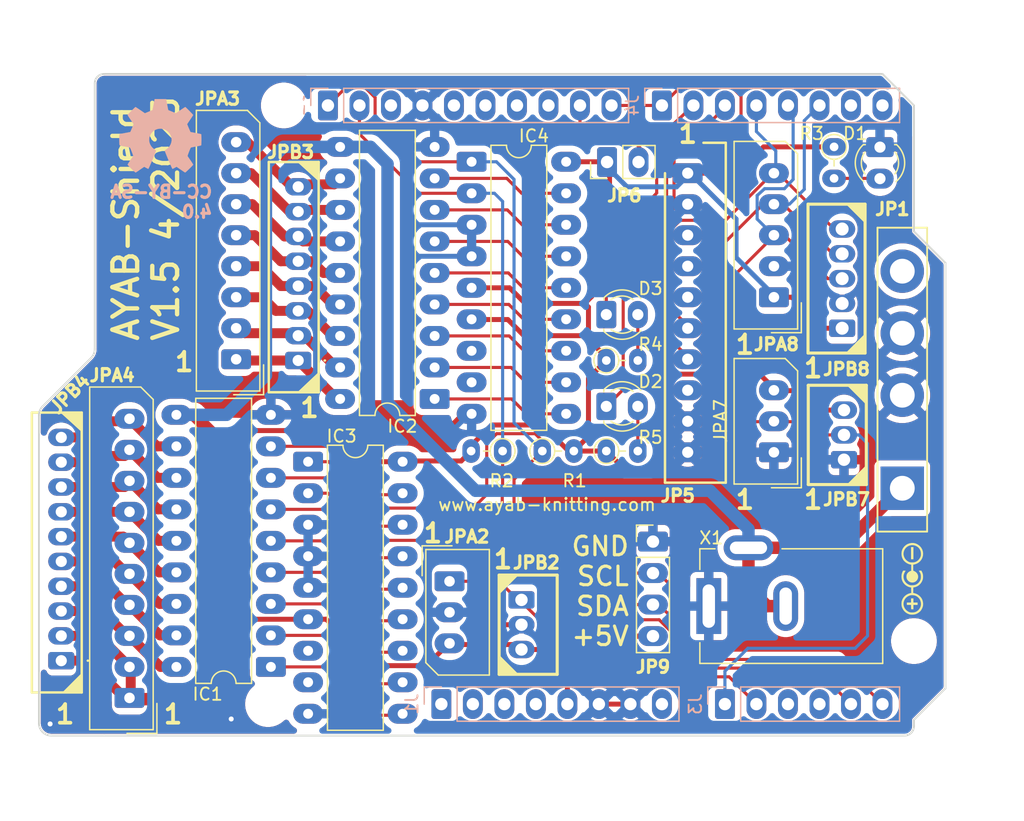
<source format=kicad_pcb>
(kicad_pcb (version 20241229) (generator "pcbnew") (generator_version "9.0")
  (title_block (title "AYAB-Shield") (date "2025-02-09") (rev "1.5THT") (company "AYAB Project") (comment 1 "GND pour fix (#46)") (comment 2 "Silkscreen clarity (#45)"))
  (layers (0 "F.Cu" signal) (2 "B.Cu" signal) (13 "F.Paste" user) (15 "B.Paste" user) (5 "F.SilkS" user "F.Silkscreen") (7 "B.SilkS" user "B.Silkscreen") (1 "F.Mask" user) (3 "B.Mask" user) (25 "Edge.Cuts" user))
  (net 0 "")
  (net 1 "/EOL_R")
  (net 2 "GND")
  (net 3 "+5V")
  (net 4 "+15V")
  (net 5 "/EOL_L")
  (net 6 "Net-(D1-A)")
  (net 7 "Net-(D2-A)")
  (net 8 "Net-(D3-A)")
  (net 9 "Net-(IC1-I7)")
  (net 10 "Net-(IC1-I5)")
  (net 11 "Net-(IC1-O8)")
  (net 12 "Net-(IC1-I6)")
  (net 13 "Net-(IC1-I1)")
  (net 14 "Net-(IC1-O7)")
  (net 15 "Net-(IC1-I4)")
  (net 16 "Net-(IC1-O3)")
  (net 17 "Net-(IC1-I8)")
  (net 18 "/SDA")
  (net 19 "/SCL")
  (net 20 "Net-(IC1-O4)")
  (net 21 "Net-(IC1-O2)")
  (net 22 "Net-(IC1-O5)")
  (net 23 "Net-(IC1-O1)")
  (net 24 "Net-(IC1-O6)")
  (net 25 "Net-(IC1-I3)")
  (net 26 "Net-(IC1-I2)")
  (net 27 "Net-(IC2-O5)")
  (net 28 "Net-(IC2-I8)")
  (net 29 "Net-(IC2-I2)")
  (net 30 "Net-(IC2-O7)")
  (net 31 "Net-(IC2-I5)")
  (net 32 "Net-(IC2-O2)")
  (net 33 "Net-(IC2-I3)")
  (net 34 "Net-(IC2-I1)")
  (net 35 "Net-(IC2-O6)")
  (net 36 "Net-(IC2-I4)")
  (net 37 "Net-(IC2-O1)")
  (net 38 "Net-(IC2-I7)")
  (net 39 "Net-(IC2-O3)")
  (net 40 "Net-(IC2-O4)")
  (net 41 "Net-(IC2-I6)")
  (net 42 "Net-(IC2-O8)")
  (net 48 "/ENC_C")
  (net 49 "/ENC_B")
  (net 50 "/ENC_A")
  (net 51 "/910_L")
  (net 52 "/LED_GRN")
  (net 53 "/BUZZ")
  (net 54 "/LED_YEL")
  (footprint "ayab-library:DIP-18_W7.62mm_LongPads" (layer "F.Cu") (at 142.1 102.9 180)
    (property "Reference" "IC2")
    (property "Value" "ULN2803A")
  )
  (footprint "ayab-library:Molex_SPOX_5267-10A_1x10_P2.50mm_Vertical" (layer "F.Cu") (at 117.5 127 90)
    (property "Reference" "JPA4")
    (property "Value" "1X10 2.5mm")
  )
  (footprint "LOGO" (layer "F.Cu") (at 180.6 117.4 90)
    (property "Reference" "G***" (hide yes))
    (property "Value" "LOGO" (hide yes))
  )
  (footprint "ayab-library:LED_D3.0mm" (layer "F.Cu") (at 178 82.6 -90)
    (property "Reference" "D1")
    (property "Value" "RED_3MM")
  )
  (footprint "ayab-library:LED_D3.0mm" (layer "F.Cu") (at 155.94 103.5)
    (property "Reference" "D2")
    (property "Value" "YEL_3MM")
  )
  (footprint "ayab-library:LED_D3.0mm" (layer "F.Cu") (at 155.94 96.1)
    (property "Reference" "D3")
    (property "Value" "GRN_3MM")
  )
  (footprint "ayab-library:CONN-TH_A2004WV-5P" (layer "F.Cu") (at 174.95 93.2 -90)
    (property "Reference" "JPB8")
    (property "Value" "1X5 2mm")
  )
  (footprint "ayab-library:PinHeader_1x02_P2.54mm_Vertical" (layer "F.Cu") (at 156 83.8 90)
    (property "Reference" "JP6")
    (property "Value" "1x2 2.5mm")
  )
  (footprint "ayab-library:530140810" (layer "F.Cu") (at 131.1 99.8 -90)
    (property "Reference" "JPB3")
    (property "Value" "1X8 2mm" (hide yes))
  )
  (footprint "ayab-library:SHDR10W70P0X250_1X10_2740X490X590P" (layer "F.Cu") (at 162.5 107.2 90)
    (property "Reference" "JP5")
    (property "Value" "1X10 2.5mm" (hide yes))
  )
  (footprint "ayab-library:R_Axial_DIN0204_L3.6mm_D1.6mm_P2.54mm_Vertical" (layer "F.Cu") (at 155.94 99.8)
    (property "Reference" "R4")
    (property "Value" "150")
  )
  (footprint "ayab-library:CONN-TH_3P-P2.00_A2004WV-3P" (layer "F.Cu") (at 149.1 121.1 90)
    (property "Reference" "JPB2")
    (property "Value" "1X3 2mm")
  )
  (footprint "ayab-library:530141010" (layer "F.Cu") (at 112 124 -90)
    (property "Reference" "JPB4")
    (property "Value" "1X10 2mm" (hide yes))
  )
  (footprint "ayab-library:DIP-18_W7.62mm_LongPads" (layer "F.Cu") (at 131.9 107.96)
    (property "Reference" "IC3")
    (property "Value" "MCP2300X/P")
  )
  (footprint "ayab-library:Brother_4P" (layer "F.Cu") (at 177.8 89.095 -90)
    (property "Reference" "JP1")
    (property "Value" "BROTHER POWER" (hide yes))
  )
  (footprint "ayab-library:MountingHole_3.2mm" (layer "F.Cu") (at 129.94 79.24)
    (property "Reference" "MH1" (hide yes))
    (property "Value" "MountingHole_3.2mm" (hide yes))
  )
  (footprint "ayab-library:MountingHole_3.2mm" (layer "F.Cu") (at 180.74 122.42)
    (property "Reference" "MH4" (hide yes))
    (property "Value" "MountingHole_3.2mm" (hide yes))
  )
  (footprint "ayab-library:PinHeader_1x04_P2.54mm_Vertical" (layer "F.Cu") (at 159.7 114.4)
    (property "Reference" "JP9")
    (property "Value" "1X5 2.5mm")
  )
  (footprint "ayab-library:R_Axial_DIN0204_L3.6mm_D1.6mm_P2.54mm_Vertical" (layer "F.Cu") (at 150.78 107.1)
    (property "Reference" "R1")
    (property "Value" "4K7")
  )
  (footprint "ayab-library:BarrelJack_Kycon_KLDX-0202-xC_Horizontal" (layer "F.Cu") (at 164.2 119.6 180)
    (property "Reference" "X1")
    (property "Value" "KLDX-0202-AC")
  )
  (footprint "ayab-library:DIP-18_W7.62mm_LongPads" (layer "F.Cu") (at 128.9 124.5 180)
    (property "Reference" "IC1")
    (property "Value" "ULN2803A")
  )
  (footprint "ayab-library:MountingHole_3.2mm" (layer "F.Cu") (at 128.67 127.5)
    (property "Reference" "MH2" (hide yes))
    (property "Value" "MountingHole_3.2mm" (hide yes))
  )
  (footprint "ayab-library:R_Axial_DIN0204_L3.6mm_D1.6mm_P2.54mm_Vertical" (layer "F.Cu") (at 174.3 82.58 -90)
    (property "Reference" "R3")
    (property "Value" "150")
  )
  (footprint "ayab-library:Molex_SPOX_5267-08A_1x08_P2.50mm_Vertical" (layer "F.Cu") (at 126.1 99.7 90)
    (property "Reference" "JPA3")
    (property "Value" "1X8 2.5mm")
  )
  (footprint "ayab-library:Molex_SPOX_5267-03A_1x03_P2.50mm_Vertical" (layer "F.Cu") (at 143.3 117.6 -90)
    (property "Reference" "JPA2")
    (property "Value" "1X3 2.5mm")
  )
  (footprint "ayab-library:R_Axial_DIN0204_L3.6mm_D1.6mm_P2.54mm_Vertical" (layer "F.Cu") (at 155.94 107.1)
    (property "Reference" "R5")
    (property "Value" "150")
  )
  (footprint "ayab-library:Molex_SPOX_5267-05A_1x05_P2.50mm_Vertical" (layer "F.Cu") (at 169.45 94.7 90)
    (property "Reference" "JPA8")
    (property "Value" "1X5 2.5mm")
  )
  (footprint "ayab-library:CONN-TH_3P-P2.00_A2004WV-3P" (layer "F.Cu") (at 175.1 105.8 -90)
    (property "Reference" "JPB7")
    (property "Value" "1X3 2mm")
  )
  (footprint "ayab-library:R_Axial_DIN0204_L3.6mm_D1.6mm_P2.54mm_Vertical" (layer "F.Cu") (at 147.58 107.1 180)
    (property "Reference" "R2")
    (property "Value" "4K7")
  )
  (footprint "ayab-library:DIP-18_W7.62mm_LongPads" (layer "F.Cu") (at 145.08 83.78)
    (property "Reference" "IC4")
    (property "Value" "MCP2300X/P")
  )
  (footprint "ayab-library:Molex_SPOX_5267-03A_1x03_P2.50mm_Vertical" (layer "F.Cu") (at 169.45 107.2 90)
    (property "Reference" "JPA7")
    (property "Value" "1X3 2.5mm")
  )
  (footprint "ayab-library:PinHeader_1x06_P2.54mm_Vertical" (layer "B.Cu") (at 165.5 127.5 -90)
    (property "Reference" "J3")
    (property "Value" "Analog")
  )
  (footprint "ayab-library:PinHeader_1x08_P2.54mm_Vertical" (layer "B.Cu") (at 142.64 127.5 -90)
    (property "Reference" "J1")
    (property "Value" "Power")
  )
  (footprint "Symbol:OSHW-Symbol_6.7x6mm_SilkScreen" (layer "B.Cu") (at 120 81.7 180)
    (property "Reference" "REF**" (hide yes))
    (property "Value" "OSHW-Symbol_6.7x6mm_SilkScreen" (hide yes))
  )
  (footprint "ayab-library:PinHeader_1x10_P2.54mm_Vertical" (layer "B.Cu") (at 133.496 79.24 -90)
    (property "Reference" "J2")
    (property "Value" "Digital/PWM")
  )
  (footprint "ayab-library:PinHeader_1x08_P2.54mm_Vertical" (layer "B.Cu") (at 160.42 79.24 -90)
    (property "Reference" "J4")
    (property "Value" "Digital/PWM")
  )
  (gr_line (start 180.74 89.4) (end 183.28 91.94) (stroke (width 0.15)) (layer "Edge.Cuts"))
  (gr_arc (start 110.2 104.214214) (mid 110.276116 103.831528) (end 110.492893 103.507107) (stroke (width 0.15)) (layer "Edge.Cuts"))
  (gr_line (start 179.978 130.04) (end 115.462 130.04) (stroke (width 0.15)) (layer "Edge.Cuts"))
  (gr_line (start 180.74 128.77) (end 180.74 129.278) (stroke (width 0.15)) (layer "Edge.Cuts"))
  (gr_line (start 183.28 91.94) (end 183.28 126.23) (stroke (width 0.15)) (layer "Edge.Cuts"))
  (gr_line (start 111.2 130.04) (end 115.462 130.04) (stroke (width 0.15)) (layer "Edge.Cuts"))
  (gr_line (start 183.28 126.23) (end 180.74 128.77) (stroke (width 0.15)) (layer "Edge.Cuts"))
  (gr_line (start 178.2 76.7) (end 180.74 79.24) (stroke (width 0.15)) (layer "Edge.Cuts"))
  (gr_line (start 180.74 79.24) (end 180.74 89.4) (stroke (width 0.15)) (layer "Edge.Cuts"))
  (gr_line (start 114.7 98.885786) (end 114.7 77.462) (stroke (width 0.15)) (layer "Edge.Cuts"))
  (gr_arc (start 114.7 98.885786) (mid 114.62388 99.268469) (end 114.407107 99.592893) (stroke (width 0.15)) (layer "Edge.Cuts"))
  (gr_line (start 114.407107 99.592893) (end 110.492893 103.507107) (stroke (width 0.15)) (layer "Edge.Cuts"))
  (gr_arc (start 111.2 130.04) (mid 110.492893 129.747107) (end 110.2 129.04) (stroke (width 0.15)) (layer "Edge.Cuts"))
  (gr_arc (start 180.74 129.278) (mid 180.516815 129.816815) (end 179.978 130.04) (stroke (width 0.15)) (layer "Edge.Cuts"))
  (gr_arc (start 114.7 77.462) (mid 114.923185 76.923185) (end 115.462 76.7) (stroke (width 0.15)) (layer "Edge.Cuts"))
  (gr_line (start 110.2 104.214214) (end 110.2 129.04) (stroke (width 0.15)) (layer "Edge.Cuts"))
  (gr_line (start 115.462 76.7) (end 178.2 76.7) (stroke (width 0.15)) (layer "Edge.Cuts"))
  (gr_text "AYAB-Shield\nV1.5 4/2025" (at 121.6 98.4 90) (layer "F.SilkS") (effects (font (size 2 2) (thickness 0.35) (bold yes)) (justify left bottom)))
  (gr_text "1" (at 166.2 99.4 0) (layer "F.SilkS") (effects (font (size 1.5 1.5) (thickness 0.3) (bold yes)) (justify left bottom)))
  (gr_text "1" (at 141.05 114.6 0) (layer "F.SilkS") (effects (font (size 1.5 1.5) (thickness 0.3) (bold yes)) (justify left bottom)))
  (gr_text "1" (at 161.6 82.4 0) (layer "F.SilkS") (effects (font (size 1.5 1.5) (thickness 0.3) (bold yes)) (justify left bottom)))
  (gr_text "1" (at 131.1 104.5 0) (layer "F.SilkS") (effects (font (size 1.5 1.5) (thickness 0.3) (bold yes)) (justify left bottom)))
  (gr_text "1" (at 171.7 111.9 0) (layer "F.SilkS") (effects (font (size 1.5 1.5) (thickness 0.3) (bold yes)) (justify left bottom)))
  (gr_text "1" (at 121 100.8 0) (layer "F.SilkS") (effects (font (size 1.5 1.5) (thickness 0.3) (bold yes)) (justify left bottom)))
  (gr_text "GND\nSCL\nSDA\n+5V" (at 157.9 122.9 0) (layer "F.SilkS") (effects (font (size 1.5 1.5) (thickness 0.25) (bold yes)) (justify right bottom)))
  (gr_text "1" (at 120.1 129.2 0) (layer "F.SilkS") (effects (font (size 1.5 1.5) (thickness 0.3) (bold yes)) (justify left bottom)))
  (gr_text "1" (at 146.7 116.7 0) (layer "F.SilkS") (effects (font (size 1.5 1.5) (thickness 0.3) (bold yes)) (justify left bottom)))
  (gr_text "1" (at 166.2 111.9 0) (layer "F.SilkS") (effects (font (size 1.5 1.5) (thickness 0.3) (bold yes)) (justify left bottom)))
  (gr_text "1" (at 111.4 129.2 0) (layer "F.SilkS") (effects (font (size 1.5 1.5) (thickness 0.3) (bold yes)) (justify left bottom)))
  (gr_text "1" (at 171.7 101.3 0) (layer "F.SilkS") (effects (font (size 1.5 1.5) (thickness 0.3) (bold yes)) (justify left bottom)))
  (gr_text "www.ayab-knitting.com" (at 142.3 112 0) (layer "F.SilkS") (effects (font (size 1 1)) (justify left bottom)))
  (gr_text "CC-BY-SA\n4.0" (at 124.3 88.4 0) (layer "B.SilkS") (effects (font (size 1 1) (thickness 0.25) (bold yes)) (justify left bottom mirror)))
  (segment (start 167.5325 104.7325) (end 169.5675 104.7325) (width 0.25) (layer "F.Cu") (net 1))
  (segment (start 169.6 104.7) (end 169.6325 104.7325) (width 0.25) (layer "F.Cu") (net 1))
  (segment (start 172.2325 104.7325) (end 173.3 105.8) (width 0.25) (layer "F.Cu") (net 1))
  (segment (start 165 102.2) (end 167.5325 104.7325) (width 0.25) (layer "F.Cu") (net 1))
  (segment (start 169.6325 104.7325) (end 172.2325 104.7325) (width 0.25) (layer "F.Cu") (net 1))
  (segment (start 169.5675 104.7325) (end 169.6 104.7) (width 0.25) (layer "F.Cu") (net 1))
  (segment (start 173.3 105.8) (end 175 105.8) (width 0.25) (layer "F.Cu") (net 1))
  (segment (start 162.7 102.2) (end 165 102.2) (width 0.25) (layer "F.Cu") (net 1))
  (segment (start 167.35 123) (end 165.5 124.85) (width 0.25) (layer "B.Cu") (net 1))
  (segment (start 175 105.8) (end 176.3 105.8) (width 0.25) (layer "B.Cu") (net 1))
  (segment (start 177 122) (end 176 123) (width 0.25) (layer "B.Cu") (net 1))
  (segment (start 176 123) (end 167.35 123) (width 0.25) (layer "B.Cu") (net 1))
  (segment (start 165.5 124.85) (end 165.5 127.5) (width 0.25) (layer "B.Cu") (net 1))
  (segment (start 177 106.5) (end 177 122) (width 0.25) (layer "B.Cu") (net 1))
  (segment (start 176.3 105.8) (end 177 106.5) (width 0.25) (layer "B.Cu") (net 1))
  (segment (start 146.6 121.1) (end 149 121.1) (width 0.4) (layer "F.Cu") (net 2))
  (segment (start 143.25 120.1) (end 145.6 120.1) (width 0.4) (layer "F.Cu") (net 2))
  (segment (start 155.34 127.5) (end 157.88 127.5) (width 0.4) (layer "F.Cu") (net 2))
  (segment (start 144.4 104.1) (end 143 105.5) (width 0.4) (layer "F.Cu") (net 2))
  (segment (start 145.08 104.1) (end 144.4 104.1) (width 0.4) (layer "F.Cu") (net 2))
  (segment (start 145.6 120.1) (end 146.6 121.1) (width 0.4) (layer "F.Cu") (net 2))
  (via (at 125.7 128.7) (size 0.8) (drill 0.4) (layers "F.Cu" "B.Cu") (net 2))
  (via (at 111.1 129.1) (size 0.8) (drill 0.4) (layers "F.Cu" "B.Cu") (net 2))
  (segment (start 140.14 88.86) (end 140 89) (width 0.4) (layer "B.Cu") (net 2))
  (segment (start 144.9 104.1) (end 143.5 105.5) (width 0.4) (layer "B.Cu") (net 2))
  (segment (start 140.1 91.4) (end 140 91.5) (width 0.4) (layer "B.Cu") (net 2))
  (segment (start 145.08 91.4) (end 140.1 91.4) (width 0.4) (layer "B.Cu") (net 2))
  (segment (start 145.08 88.86) (end 140.14 88.86) (width 0.4) (layer "B.Cu") (net 2))
  (segment (start 145.08 104.1) (end 144.9 104.1) (width 0.4) (layer "B.Cu") (net 2))
  (segment (start 126.7 106.4) (end 127.65 105.45) (width 0.4) (layer "F.Cu") (net 3))
  (segment (start 145.08 96.48) (end 145.1 96.5) (width 0.4) (layer "F.Cu") (net 3))
  (segment (start 131.9 120.66) (end 133.36 120.66) (width 0.4) (layer "F.Cu") (net 3))
  (segment (start 157.44 108.6) (end 159.5 108.6) (width 0.4) (layer "F.Cu") (net 3))
  (segment (start 156.2 83.895) (end 156.2 88.9) (width 0.4) (layer "F.Cu") (net 3))
  (segment (start 169.6325 102.2325) (end 172.0325 102.2325) (width 0.4) (layer "F.Cu") (net 3))
  (segment (start 170.9 94.7) (end 169.6 94.7) (width 0.4) (layer "F.Cu") (net 3))
  (segment (start 156.2 88.9) (end 154.75 90.35) (width 0.4) (layer "F.Cu") (net 3))
  (segment (start 166.5 84.7) (end 168.62 82.58) (width 0.4) (layer "F.Cu") (net 3))
  (segment (start 154.1 123.05) (end 157.37 123.05) (width 0.4) (layer "F.Cu") (net 3))
  (segment (start 133.36 120.66) (end 137.1 124.4) (width 0.4) (layer "F.Cu") (net 3))
  (segment (start 148.9 123.1) (end 148.8 123.1) (width 0.4) (layer "F.Cu") (net 3))
  (segment (start 143.35 122.7) (end 143.25 122.6) (width 0.4) (layer "F.Cu") (net 3))
  (segment (start 174.85 97.2) (end 173.4 97.2) (width 0.4) (layer "F.Cu") (net 3))
  (segment (start 149.4 95.2) (end 148.14 93.94) (width 0.4) (layer "F.Cu") (net 3))
  (segment (start 154.2 97.8) (end 155.94 99.54) (width 0.4) (layer "F.Cu") (net 3))
  (segment (start 156.105 83.8) (end 156.2 83.895) (width 0.4) (layer "F.Cu") (net 3))
  (segment (start 126.7 119.9) (end 126.7 106.4) (width 0.4) (layer "F.Cu") (net 3))
  (segment (start 151.5 123.1) (end 152.8 124.4) (width 0.4) (layer "F.Cu") (net 3))
  (segment (start 131.9 120.66) (end 127.46 120.66) (width 0.4) (layer "F.Cu") (net 3))
  (segment (start 156.085 83.78) (end 156.105 83.8) (width 0.4) (layer "F.Cu") (net 3))
  (segment (start 158.4 122.02) (end 159.7 122.02) (width 0.4) (layer "F.Cu") (net 3))
  (segment (start 145.1 96.5) (end 148 96.5) (width 0.4) (layer "F.Cu") (net 3))
  (segment (start 154.2 95.2) (end 149.4 95.2) (width 0.4) (layer "F.Cu") (net 3))
  (segment (start 172.0325 102.2325) (end 173.6 103.8) (width 0.4) (layer "F.Cu") (net 3))
  (segment (start 154.5 105.92) (end 154.5 101.24) (width 0.4) (layer "F.Cu") (net 3))
  (segment (start 152.8 124.35) (end 154.1 123.05) (width 0.4) (layer "F.Cu") (net 3))
  (segment (start 152.9 107.1) (end 153.32 107.1) (width 0.4) (layer "F.Cu") (net 3))
  (segment (start 141.45 124.4) (end 143.25 122.6) (width 0.4) (layer "F.Cu") (net 3))
  (segment (start 173.6 103.8) (end 175 103.8) (width 0.4) (layer "F.Cu") (net 3))
  (segment (start 157.37 123.05) (end 158.4 122.02) (width 0.4) (layer "F.Cu") (net 3))
  (segment (start 154.2 95.2) (end 154.5 95.5) (width 0.4) (layer "F.Cu") (net 3))
  (segment (start 169.6 102.2) (end 169.6325 102.2325) (width 0.4) (layer "F.Cu") (net 3))
  (segment (start 159.5 108.6) (end 160.4 107.7) (width 0.4) (layer "F.Cu") (net 3))
  (segment (start 127.65 105.45) (end 133.85 105.45) (width 0.4) (layer "F.Cu") (net 3))
  (segment (start 145.04 107.1) (end 145.04 106.66) (width 0.4) (layer "F.Cu") (net 3))
  (segment (start 173.4 97.2) (end 170.9 94.7) (width 0.4) (layer "F.Cu") (net 3))
  (segment (start 168.3 100.9) (end 169.6 102.2) (width 0.4) (layer "F.Cu") (net 3))
  (segment (start 154.5 95.5) (end 154.5 97.5) (width 0.4) (layer "F.Cu") (net 3))
  (segment (start 153.32 107.1) (end 154.5 105.92) (width 0.4) (layer "F.Cu") (net 3))
  (segment (start 150.8 105) (end 152.9 107.1) (width 0.4) (layer "F.Cu") (net 3))
  (segment (start 160.4 107.7) (end 160.4 101.9) (width 0.4) (layer "F.Cu") (net 3))
  (segment (start 155.94 107.1) (end 153.32 107.1) (width 0.4) (layer "F.Cu") (net 3))
  (segment (start 148 96.5) (end 149.3 97.8) (width 0.4) (layer "F.Cu") (net 3))
  (segment (start 148.9 123.1) (end 151.5 123.1) (width 0.4) (layer "F.Cu") (net 3))
  (segment (start 139.58 107.9) (end 139.52 107.96) (width 0.4) (layer "F.Cu") (net 3))
  (segment (start 152.8 124.4) (end 152.8 127.5) (width 0.4) (layer "F.Cu") (net 3))
  (segment (start 152.8 124.4) (end 152.8 124.35) (width 0.4) (layer "F.Cu") (net 3))
  (segment (start 144.24 107.9) (end 139.58 107.9) (width 0.4) (layer "F.Cu") (net 3))
  (segment (start 161.4 100.9) (end 168.3 100.9) (width 0.4) (layer "F.Cu") (net 3))
  (segment (start 145.04 107.1) (end 144.24 107.9) (width 0.4) (layer "F.Cu") (net 3))
  (segment (start 137.1 124.4) (end 141.45 124.4) (width 0.4) (layer "F.Cu") (net 3))
  (segment (start 154.5 101.24) (end 155.94 99.8) (width 0.4) (layer "F.Cu") (net 3))
  (segment (start 145.04 106.66) (end 146.7 105) (width 0.4) (layer "F.Cu") (net 3))
  (segment (start 136.36 107.96) (end 139.52 107.96) (width 0.4) (layer "F.Cu") (net 3))
  (segment (start 149.3 97.8) (end 154.2 97.8) (width 0.4) (layer "F.Cu") (net 3))
  (segment (start 154.5 97.5) (end 154.2 97.8) (width 0.4) (layer "F.Cu") (net 3))
  (segment (start 148.14 93.94) (end 145.08 93.94) (width 0.4) (layer "F.Cu") (net 3))
  (segment (start 154.75 90.35) (end 154.75 94.65) (width 0.4) (layer "F.Cu") (net 3))
  (segment (start 146.7 105) (end 150.8 105) (width 0.4) (layer "F.Cu") (net 3))
  (segment (start 168.62 82.58) (end 174.3 82.58) (width 0.4) (layer "F.Cu") (net 3))
  (segment (start 155.94 99.54) (end 155.94 99.8) (width 0.4) (layer "F.Cu") (net 3))
  (segment (start 162.7 84.7) (end 166.5 84.7) (width 0.4) (layer "F.Cu") (net 3))
  (segment (start 152.7 83.78) (end 156.085 83.78) (width 0.4) (layer "F.Cu") (net 3))
  (segment (start 160.4 101.9) (end 161.4 100.9) (width 0.4) (layer "F.Cu") (net 3))
  (segment (start 148.8 123.1) (end 148.4 122.7) (width 0.4) (layer "F.Cu") (net 3))
  (segment (start 154.75 94.65) (end 154.2 95.2) (width 0.4) (layer "F.Cu") (net 3))
  (segment (start 155.94 107.1) (end 157.44 108.6) (width 0.4) (layer "F.Cu") (net 3))
  (segment (start 127.46 120.66) (end 126.7 119.9) (width 0.4) (layer "F.Cu") (net 3))
  (segment (start 148.4 122.7) (end 143.35 122.7) (width 0.4) (layer "F.Cu") (net 3))
  (segment (start 133.85 105.45) (end 136.36 107.96) (width 0.4) (layer "F.Cu") (net 3))
  (segment (start 156.105 83.8) (end 156.105 84.305) (width 0.4) (layer "B.Cu") (net 3))
  (segment (start 166.4 88.4) (end 166.4 91.5) (width 0.4) (layer "B.Cu") (net 3))
  (segment (start 166.4 91.5) (end 169.6 94.7) (width 0.4) (layer "B.Cu") (net 3))
  (segment (start 162.7 84.7) (end 166.4 88.4) (width 0.4) (layer "B.Cu") (net 3))
  (segment (start 157.6 85.8) (end 161.6 85.8) (width 0.4) (layer "B.Cu") (net 3))
  (segment (start 161.6 85.8) (end 162.7 84.7) (width 0.4) (layer "B.Cu") (net 3))
  (segment (start 156.105 84.305) (end 157.6 85.8) (width 0.4) (layer "B.Cu") (net 3))
  (segment (start 117.6 127.1) (end 123.2 127.1) (width 1) (layer "F.Cu") (net 4))
  (segment (start 167.4 118.1) (end 167.4 114.9) (width 1) (layer "F.Cu") (net 4))
  (segment (start 115 122) (end 117.6 124.6) (width 0.8) (layer "F.Cu") (net 4))
  (segment (start 167.4 114.9) (end 174.9 114.9) (width 1) (layer "F.Cu") (net 4))
  (segment (start 117.5 127) (end 117.6 127.1) (width 0.8) (layer "F.Cu") (net 4))
  (segment (start 112.3 122) (end 115 122) (width 0.8) (layer "F.Cu") (net 4))
  (segment (start 174.9 114.9) (end 179.7 110.1) (width 1) (layer "F.Cu") (net 4))
  (segment (start 114.1 124) (end 117.1 127) (width 0.8) (layer "F.Cu") (net 4))
  (segment (start 117.1 127) (end 117.5 127) (width 0.8) (layer "F.Cu") (net 4))
  (segment (start 122.68 104.18) (end 121.28 104.18) (width 1) (layer "F.Cu") (net 4))
  (segment (start 123.2 127.1) (end 124.5 125.8) (width 1) (layer "F.Cu") (net 4))
  (segment (start 124.5 106) (end 122.68 104.18) (width 1) (layer "F.Cu") (net 4))
  (segment (start 170.6 119.6) (end 170.4 119.6) (width 1) (layer "F.Cu") (net 4))
  (segment (start 124.5 125.8) (end 124.5 106) (width 1) (layer "F.Cu") (net 4))
  (segment (start 170.4 119.6) (end 168.9 119.6) (width 1) (layer "F.Cu") (net 4))
  (segment (start 168.9 119.6) (end 167.4 118.1) (width 1) (layer "F.Cu") (net 4))
  (segment (start 112.3 124) (end 114.1 124) (width 0.8) (layer "F.Cu") (net 4))
  (segment (start 117.6 124.6) (end 117.6 127.1) (width 0.8) (layer "F.Cu") (net 4))
  (segment (start 164.3 110.3) (end 145.4 110.3) (width 1) (layer "B.Cu") (net 4))
  (segment (start 128.5 101) (end 128.5 84) (width 1) (layer "B.Cu") (net 4))
  (segment (start 138.3 83.95) (end 136.93 82.58) (width 1) (layer "B.Cu") (net 4))
  (segment (start 145.4 110.3) (end 138.3 103.2) (width 1) (layer "B.Cu") (net 4))
  (segment (start 138.3 103.2) (end 138.3 83.95) (width 1) (layer "B.Cu") (net 4))
  (segment (start 167.4 114.9) (end 167.4 113.4) (width 1) (layer "B.Cu") (net 4))
  (segment (start 136.93 82.58) (end 134.48 82.58) (width 1) (layer "B.Cu") (net 4))
  (segment (start 125.32 104.18) (end 128.5 101) (width 1) (layer "B.Cu") (net 4))
  (segment (start 128.5 84) (end 129.92 82.58) (width 1) (layer "B.Cu") (net 4))
  (segment (start 167.4 113.4) (end 164.3 110.3) (width 1) (layer "B.Cu") (net 4))
  (segment (start 129.92 82.58) (end 134.48 82.58) (width 1) (layer "B.Cu") (net 4))
  (segment (start 121.28 104.18) (end 125.32 104.18) (width 1) (layer "B.Cu") (net 4))
  (segment (start 148.95 119.1) (end 150.55 120.7) (width 0.25) (layer "F.Cu") (net 5))
  (segment (start 148.9 119.1) (end 148.8 119.1) (width 0.25) (layer "F.Cu") (net 5))
  (segment (start 148.8 119.1) (end 147.3 117.6) (width 0.25) (layer "F.Cu") (net 5))
  (segment (start 163.6 125.3) (end 165.84 125.3) (width 0.25) (layer "F.Cu") (net 5))
  (segment (start 161.2 122.9) (end 163.6 125.3) (width 0.25) (layer "F.Cu") (net 5))
  (segment (start 161.2 121.7) (end 161.2 122.9) (width 0.25) (layer "F.Cu") (net 5))
  (segment (start 165.84 125.3) (end 168.04 127.5) (width 0.25) (layer "F.Cu") (net 5))
  (segment (start 160.2 120.7) (end 161.2 121.7) (width 0.25) (layer "F.Cu") (net 5))
  (segment (start 150.55 120.7) (end 160.2 120.7) (width 0.25) (layer "F.Cu") (net 5))
  (segment (start 148.9 119.1) (end 148.95 119.1) (width 0.25) (layer "F.Cu") (net 5))
  (segment (start 147.3 117.6) (end 143.25 117.6) (width 0.25) (layer "F.Cu") (net 5))
  (segment (start 174.3 85.12) (end 177.98 85.12) (width 0.25) (layer "F.Cu") (net 6))
  (segment (start 177.98 85.12) (end 178 85.14) (width 0.25) (layer "F.Cu") (net 6))
  (segment (start 158.48 103.5) (end 158.48 107.1) (width 0.25) (layer "F.Cu") (net 7))
  (segment (start 158.48 96.1) (end 158.48 99.8) (width 0.25) (layer "F.Cu") (net 8))
  (segment (start 137.36 113.16) (end 133.46 109.26) (width 0.25) (layer "F.Cu") (net 9))
  (segment (start 133.46 109.26) (end 128.9 109.26) (width 0.25) (layer "F.Cu") (net 9))
  (segment (start 139.52 113.16) (end 137.36 113.16) (width 0.25) (layer "F.Cu") (net 9))
  (segment (start 139.52 118.24) (end 137.34 118.24) (width 0.25) (layer "F.Cu") (net 10))
  (segment (start 137.34 118.24) (end 133.44 114.34) (width 0.25) (layer "F.Cu") (net 10))
  (segment (start 133.44 114.34) (end 128.9 114.34) (width 0.25) (layer "F.Cu") (net 10))
  (segment (start 119.72 106.72) (end 121.28 106.72) (width 0.8) (layer "F.Cu") (net 11))
  (segment (start 114.7 106) (end 112.3 106) (width 0.8) (layer "F.Cu") (net 11))
  (segment (start 117.6 104.6) (end 117.5 104.7) (width 0.8) (layer "F.Cu") (net 11))
  (segment (start 117.5 104.7) (end 116 104.7) (width 0.8) (layer "F.Cu") (net 11))
  (segment (start 116 104.7) (end 114.7 106) (width 0.8) (layer "F.Cu") (net 11))
  (segment (start 117.6 104.6) (end 119.72 106.72) (width 0.8) (layer "F.Cu") (net 11))
  (segment (start 137.4 115.7) (end 133.5 111.8) (width 0.25) (layer "F.Cu") (net 12))
  (segment (start 133.5 111.8) (end 128.9 111.8) (width 0.25) (layer "F.Cu") (net 12))
  (segment (start 139.52 115.7) (end 137.4 115.7) (width 0.25) (layer "F.Cu") (net 12))
  (segment (start 137.4 128.4) (end 133.5 124.5) (width 0.25) (layer "F.Cu") (net 13))
  (segment (start 139.52 128.4) (end 137.4 128.4) (width 0.25) (layer "F.Cu") (net 13))
  (segment (start 133.5 124.5) (end 128.9 124.5) (width 0.25) (layer "F.Cu") (net 13))
  (segment (start 117.5 107.1) (end 117.1 107.5) (width 0.8) (layer "F.Cu") (net 14))
  (segment (start 114.9 108) (end 112.3 108) (width 0.8) (layer "F.Cu") (net 14))
  (segment (start 115.4 107.5) (end 114.9 108) (width 0.8) (layer "F.Cu") (net 14))
  (segment (start 119.76 109.26) (end 121.28 109.26) (width 0.8) (layer "F.Cu") (net 14))
  (segment (start 117.6 107.1) (end 117.5 107.1) (width 0.8) (layer "F.Cu") (net 14))
  (segment (start 117.6 107.1) (end 119.76 109.26) (width 0.8) (layer "F.Cu") (net 14))
  (segment (start 117.1 107.5) (end 115.4 107.5) (width 0.8) (layer "F.Cu") (net 14))
  (segment (start 133.38 116.88) (end 128.9 116.88) (width 0.25) (layer "F.Cu") (net 15))
  (segment (start 139.52 120.78) (end 137.28 120.78) (width 0.25) (layer "F.Cu") (net 15))
  (segment (start 137.28 120.78) (end 133.38 116.88) (width 0.25) (layer "F.Cu") (net 15))
  (segment (start 117.6 117.1) (end 117.4 117.1) (width 0.8) (layer "F.Cu") (net 16))
  (segment (start 117.4 117.1) (end 116.3 116) (width 0.8) (layer "F.Cu") (net 16))
  (segment (start 116.3 116) (end 112.3 116) (width 0.8) (layer "F.Cu") (net 16))
  (segment (start 117.6 117.1) (end 119.92 119.42) (width 0.8) (layer "F.Cu") (net 16))
  (segment (start 119.92 119.42) (end 121.28 119.42) (width 0.8) (layer "F.Cu") (net 16))
  (segment (start 133.42 106.72) (end 128.9 106.72) (width 0.25) (layer "F.Cu") (net 17))
  (segment (start 139.52 110.62) (end 137.32 110.62) (width 0.25) (layer "F.Cu") (net 17))
  (segment (start 137.32 110.62) (end 133.42 106.72) (width 0.25) (layer "F.Cu") (net 17))
  (segment (start 160.18 119.48) (end 159.7 119.48) (width 0.25) (layer "F.Cu") (net 18))
  (segment (start 147.58 110.37) (end 147.58 107.1) (width 0.25) (layer "F.Cu") (net 18))
  (segment (start 175.66 127.5) (end 172.76 124.6) (width 0.25) (layer "F.Cu") (net 18))
  (segment (start 147.55 114.3) (end 147.55 110.4) (width 0.25) (layer "F.Cu") (net 18))
  (segment (start 172.76 124.6) (end 164 124.6) (width 0.25) (layer "F.Cu") (net 18))
  (segment (start 152.73 119.48) (end 159.7 119.48) (width 0.25) (layer "F.Cu") (net 18))
  (segment (start 147.55 114.3) (end 152.73 119.48) (width 0.25) (layer "F.Cu") (net 18))
  (segment (start 161.9 122.5) (end 161.9 121.2) (width 0.25) (layer "F.Cu") (net 18))
  (segment (start 140.82 86.32) (end 145.08 86.32) (width 0.25) (layer "F.Cu") (net 18))
  (segment (start 131.9 110.5) (end 133.5 110.5) (width 0.25) (layer "F.Cu") (net 18))
  (segment (start 133.5 110.5) (end 137.3 114.3) (width 0.25) (layer "F.Cu") (net 18))
  (segment (start 136.036 79.24) (end 136.036 81.536) (width 0.25) (layer "F.Cu") (net 18))
  (segment (start 137.3 114.3) (end 147.55 114.3) (width 0.25) (layer "F.Cu") (net 18))
  (segment (start 147.55 110.4) (end 147.58 110.37) (width 0.25) (layer "F.Cu") (net 18))
  (segment (start 161.9 121.2) (end 160.18 119.48) (width 0.25) (layer "F.Cu") (net 18))
  (segment (start 164 124.6) (end 161.9 122.5) (width 0.25) (layer "F.Cu") (net 18))
  (segment (start 136.036 81.536) (end 140.82 86.32) (width 0.25) (layer "F.Cu") (net 18))
  (segment (start 146.92 86.32) (end 147.58 86.98) (width 0.25) (layer "B.Cu") (net 18))
  (segment (start 147.58 86.98) (end 147.58 107.1) (width 0.25) (layer "B.Cu") (net 18))
  (segment (start 145.08 86.32) (end 146.92 86.32) (width 0.25) (layer "B.Cu") (net 18))
  (segment (start 136.5 77.8) (end 137.3 78.6) (width 0.25) (layer "F.Cu") (net 19))
  (segment (start 147.1 105.7) (end 150.2 105.7) (width 0.25) (layer "F.Cu") (net 19))
  (segment (start 164.3 123.9) (end 162.5 122.1) (width 0.25) (layer "F.Cu") (net 19))
  (segment (start 162.5 119.3) (end 160.14 116.94) (width 0.25) (layer "F.Cu") (net 19))
  (segment (start 137.3 78.6) (end 137.3 80.3) (width 0.25) (layer "F.Cu") (net 19))
  (segment (start 137.3 80.3) (end 140.78 83.78) (width 0.25) (layer "F.Cu") (net 19))
  (segment (start 131.9 107.96) (end 133.56 107.96) (width 0.25) (layer "F.Cu") (net 19))
  (segment (start 151.54 116.94) (end 159.7 116.94) (width 0.25) (layer "F.Cu") (net 19))
  (segment (start 162.5 122.1) (end 162.5 119.3) (width 0.25) (layer "F.Cu") (net 19))
  (segment (start 148.5 109.38) (end 148.5 113.9) (width 0.25) (layer "F.Cu") (net 19))
  (segment (start 145.2 111.7) (end 146.3 110.6) (width 0.25) (layer "F.Cu") (net 19))
  (segment (start 137.3 111.7) (end 145.2 111.7) (width 0.25) (layer "F.Cu") (net 19))
  (segment (start 146.3 110.6) (end 146.3 106.5) (width 0.25) (layer "F.Cu") (net 19))
  (segment (start 134.936 77.8) (end 136.5 77.8) (width 0.25) (layer "F.Cu") (net 19))
  (segment (start 146.3 106.5) (end 147.1 105.7) (width 0.25) (layer "F.Cu") (net 19))
  (segment (start 174.6 123.9) (end 164.3 123.9) (width 0.25) (layer "F.Cu") (net 19))
  (segment (start 178.2 127.5) (end 174.6 123.9) (width 0.25) (layer "F.Cu") (net 19))
  (segment (start 150.2 105.7) (end 150.78 106.28) (width 0.25) (layer "F.Cu") (net 19))
  (segment (start 140.78 83.78) (end 145.08 83.78) (width 0.25) (layer "F.Cu") (net 19))
  (segment (start 160.14 116.94) (end 159.7 116.94) (width 0.25) (layer "F.Cu") (net 19))
  (segment (start 150.78 107.1) (end 148.5 109.38) (width 0.25) (layer "F.Cu") (net 19))
  (segment (start 148.5 113.9) (end 151.54 116.94) (width 0.25) (layer "F.Cu") (net 19))
  (segment (start 150.78 106.28) (end 150.78 107.1) (width 0.25) (layer "F.Cu") (net 19))
  (segment (start 133.496 79.24) (end 134.936 77.8) (width 0.25) (layer "F.Cu") (net 19))
  (segment (start 133.56 107.96) (end 137.3 111.7) (width 0.25) (layer "F.Cu") (net 19))
  (segment (start 148.5 104.82) (end 150.78 107.1) (width 0.25) (layer "B.Cu") (net 19))
  (segment (start 148.5 85.2) (end 148.5 104.82) (width 0.25) (layer "B.Cu") (net 19))
  (segment (start 147.08 83.78) (end 148.5 85.2) (width 0.25) (layer "B.Cu") (net 19))
  (segment (start 145.08 83.78) (end 147.08 83.78) (width 0.25) (layer "B.Cu") (net 19))
  (segment (start 117.6 114.6) (end 117 114) (width 0.8) (layer "F.Cu") (net 20))
  (segment (start 117.6 114.6) (end 119.88 116.88) (width 0.8) (layer "F.Cu") (net 20))
  (segment (start 119.88 116.88) (end 121.28 116.88) (width 0.8) (layer "F.Cu") (net 20))
  (segment (start 117 114) (end 112.3 114) (width 0.8) (layer "F.Cu") (net 20))
  (segment (start 119.96 121.96) (end 121.28 121.96) (width 0.8) (layer "F.Cu") (net 21))
  (segment (start 117.6 119.6) (end 117.4 119.6) (width 0.8) (layer "F.Cu") (net 21))
  (segment (start 117.6 119.6) (end 119.96 121.96) (width 0.8) (layer "F.Cu") (net 21))
  (segment (start 115.8 118) (end 112.3 118) (width 0.8) (layer "F.Cu") (net 21))
  (segment (start 117.4 119.6) (end 115.8 118) (width 0.8) (layer "F.Cu") (net 21))
  (segment (start 117.5 112) (end 112.3 112) (width 0.8) (layer "F.Cu") (net 22))
  (segment (start 117.6 112.1) (end 119.84 114.34) (width 0.8) (layer "F.Cu") (net 22))
  (segment (start 117.6 112.1) (end 117.5 112) (width 0.8) (layer "F.Cu") (net 22))
  (segment (start 119.84 114.34) (end 121.28 114.34) (width 0.8) (layer "F.Cu") (net 22))
  (segment (start 115.3 120) (end 112.3 120) (width 0.8) (layer "F.Cu") (net 23))
  (segment (start 120 124.5) (end 121.28 124.5) (width 0.8) (layer "F.Cu") (net 23))
  (segment (start 117.6 122.1) (end 117.4 122.1) (width 0.8) (layer "F.Cu") (net 23))
  (segment (start 117.6 122.1) (end 120 124.5) (width 0.8) (layer "F.Cu") (net 23))
  (segment (start 117.4 122.1) (end 115.3 120) (width 0.8) (layer "F.Cu") (net 23))
  (segment (start 117.5 109.6) (end 117.1 110) (width 0.8) (layer "F.Cu") (net 24))
  (segment (start 117.1 110) (end 112.3 110) (width 0.8) (layer "F.Cu") (net 24))
  (segment (start 117.6 109.6) (end 119.8 111.8) (width 0.8) (layer "F.Cu") (net 24))
  (segment (start 117.6 109.6) (end 117.5 109.6) (width 0.8) (layer "F.Cu") (net 24))
  (segment (start 119.8 111.8) (end 121.28 111.8) (width 0.8) (layer "F.Cu") (net 24))
  (segment (start 133.52 119.42) (end 128.9 119.42) (width 0.25) (layer "F.Cu") (net 25))
  (segment (start 137.42 123.32) (end 133.52 119.42) (width 0.25) (layer "F.Cu") (net 25))
  (segment (start 139.52 123.32) (end 137.42 123.32) (width 0.25) (layer "F.Cu") (net 25))
  (segment (start 137.36 125.86) (end 133.46 121.96) (width 0.25) (layer "F.Cu") (net 26))
  (segment (start 133.46 121.96) (end 128.9 121.96) (width 0.25) (layer "F.Cu") (net 26))
  (segment (start 139.52 125.86) (end 137.36 125.86) (width 0.25) (layer "F.Cu") (net 26))
  (segment (start 127.6 89.7) (end 126.1 89.7) (width 0.8) (layer "F.Cu") (net 27))
  (segment (start 129.7 91.8) (end 127.6 89.7) (width 0.8) (layer "F.Cu") (net 27))
  (segment (start 133.14 92.74) (end 132.2 91.8) (width 0.8) (layer "F.Cu") (net 27))
  (segment (start 131.1 91.8) (end 129.7 91.8) (width 0.8) (layer "F.Cu") (net 27))
  (segment (start 132.2 91.8) (end 131.1 91.8) (width 0.8) (layer "F.Cu") (net 27))
  (segment (start 134.48 92.74) (end 133.14 92.74) (width 0.8) (layer "F.Cu") (net 27))
  (segment (start 152.7 86.32) (end 149.12 86.32) (width 0.25) (layer "F.Cu") (net 28))
  (segment (start 147.92 85.12) (end 142.1 85.12) (width 0.25) (layer "F.Cu") (net 28))
  (segment (start 149.12 86.32) (end 147.92 85.12) (width 0.25) (layer "F.Cu") (net 28))
  (segment (start 152.7 101.56) (end 149.46 101.56) (width 0.25) (layer "F.Cu") (net 29))
  (segment (start 148.26 100.36) (end 142.1 100.36) (width 0.25) (layer "F.Cu") (net 29))
  (segment (start 149.46 101.56) (end 148.26 100.36) (width 0.25) (layer "F.Cu") (net 29))
  (segment (start 127.3 84.7) (end 126.1 84.7) (width 0.8) (layer "F.Cu") (net 30))
  (segment (start 131.24 87.66) (end 131.1 87.8) (width 0.8) (layer "F.Cu") (net 30))
  (segment (start 130.4 87.8) (end 127.3 84.7) (width 0.8) (layer "F.Cu") (net 30))
  (segment (start 131.1 87.8) (end 130.4 87.8) (width 0.8) (layer "F.Cu") (net 30))
  (segment (start 134.48 87.66) (end 131.24 87.66) (width 0.8) (layer "F.Cu") (net 30))
  (segment (start 149.24 93.94) (end 148.04 92.74) (width 0.25) (layer "F.Cu") (net 31))
  (segment (start 148.04 92.74) (end 142.1 92.74) (width 0.25) (layer "F.Cu") (net 31))
  (segment (start 152.7 93.94) (end 149.24 93.94) (width 0.25) (layer "F.Cu") (net 31))
  (segment (start 126.8 97.6) (end 126.4 97.2) (width 0.8) (layer "F.Cu") (net 32))
  (segment (start 126.4 97.2) (end 126.1 97.2) (width 0.8) (layer "F.Cu") (net 32))
  (segment (start 131.6 97.8) (end 131.1 97.8) (width 0.8) (layer "F.Cu") (net 32))
  (segment (start 130.9 97.6) (end 126.8 97.6) (width 0.8) (layer "F.Cu") (net 32))
  (segment (start 134.16 100.36) (end 131.6 97.8) (width 0.8) (layer "F.Cu") (net 32))
  (segment (start 134.48 100.36) (end 134.16 100.36) (width 0.8) (layer "F.Cu") (net 32))
  (segment (start 131.1 97.8) (end 130.9 97.6) (width 0.8) (layer "F.Cu") (net 32))
  (segment (start 152.7 99.02) (end 149.31 99.02) (width 0.25) (layer "F.Cu") (net 33))
  (segment (start 149.31 99.02) (end 148.11 97.82) (width 0.25) (layer "F.Cu") (net 33))
  (segment (start 148.11 97.82) (end 142.1 97.82) (width 0.25) (layer "F.Cu") (net 33))
  (segment (start 148.3 102.9) (end 142.1 102.9) (width 0.25) (layer "F.Cu") (net 34))
  (segment (start 152.7 104.1) (end 149.5 104.1) (width 0.25) (layer "F.Cu") (net 34))
  (segment (start 149.5 104.1) (end 148.3 102.9) (width 0.25) (layer "F.Cu") (net 34))
  (segment (start 131.5 90.2) (end 131.1 89.8) (width 0.8) (layer "F.Cu") (net 35))
  (segment (start 130 89.8) (end 127.4 87.2) (width 0.8) (layer "F.Cu") (net 35))
  (segment (start 127.4 87.2) (end 126.1 87.2) (width 0.8) (layer "F.Cu") (net 35))
  (segment (start 134.48 90.2) (end 131.5 90.2) (width 0.8) (layer "F.Cu") (net 35))
  (segment (start 131.1 89.8) (end 130 89.8) (width 0.8) (layer "F.Cu") (net 35))
  (segment (start 152.7 96.48) (end 149.28 96.48) (width 0.25) (layer "F.Cu") (net 36))
  (segment (start 148.08 95.28) (end 142.1 95.28) (width 0.25) (layer "F.Cu") (net 36))
  (segment (start 149.28 96.48) (end 148.08 95.28) (width 0.25) (layer "F.Cu") (net 36))
  (segment (start 126.4 99.7) (end 126.1 99.7) (width 0.8) (layer "F.Cu") (net 37))
  (segment (start 131.1 99.8) (end 126.5 99.8) (width 0.8) (layer "F.Cu") (net 37))
  (segment (start 126.5 99.8) (end 126.4 99.7) (width 0.8) (layer "F.Cu") (net 37))
  (segment (start 134.48 102.9) (end 134.08 102.9) (width 0.8) (layer "F.Cu") (net 37))
  (segment (start 134.2 102.9) (end 131.1 99.8) (width 0.8) (layer "F.Cu") (net 37))
  (segment (start 134.48 102.9) (end 134.2 102.9) (width 0.8) (layer "F.Cu") (net 37))
  (segment (start 149.16 88.86) (end 147.96 87.66) (width 0.25) (layer "F.Cu") (net 38))
  (segment (start 152.7 88.86) (end 149.16 88.86) (width 0.25) (layer "F.Cu") (net 38))
  (segment (start 147.96 87.66) (end 142.1 87.66) (width 0.25) (layer "F.Cu") (net 38))
  (segment (start 131.85 95.8) (end 131.1 95.8) (width 0.8) (layer "F.Cu") (net 39))
  (segment (start 128.2 94.7) (end 126.1 94.7) (width 0.8) (layer "F.Cu") (net 39))
  (segment (start 129.3 95.8) (end 128.2 94.7) (width 0.8) (layer "F.Cu") (net 39))
  (segment (start 134.48 97.82) (end 133.87 97.82) (width 0.8) (layer "F.Cu") (net 39))
  (segment (start 131.1 95.8) (end 129.3 95.8) (width 0.8) (layer "F.Cu") (net 39))
  (segment (start 133.87 97.82) (end 131.85 95.8) (width 0.8) (layer "F.Cu") (net 39))
  (segment (start 133.88 95.28) (end 132.4 93.8) (width 0.8) (layer "F.Cu") (net 40))
  (segment (start 128.1 92.2) (end 126.1 92.2) (width 0.8) (layer "F.Cu") (net 40))
  (segment (start 132.4 93.8) (end 131.1 93.8) (width 0.8) (layer "F.Cu") (net 40))
  (segment (start 134.48 95.28) (end 133.88 95.28) (width 0.8) (layer "F.Cu") (net 40))
  (segment (start 129.7 93.8) (end 128.1 92.2) (width 0.8) (layer "F.Cu") (net 40))
  (segment (start 131.1 93.8) (end 129.7 93.8) (width 0.8) (layer "F.Cu") (net 40))
  (segment (start 148 90.2) (end 142.1 90.2) (width 0.25) (layer "F.Cu") (net 41))
  (segment (start 152.7 91.4) (end 149.2 91.4) (width 0.25) (layer "F.Cu") (net 41))
  (segment (start 149.2 91.4) (end 148 90.2) (width 0.25) (layer "F.Cu") (net 41))
  (segment (start 130.6 85.8) (end 127 82.2) (width 0.8) (layer "F.Cu") (net 42))
  (segment (start 127 82.2) (end 126.1 82.2) (width 0.8) (layer "F.Cu") (net 42))
  (segment (start 134 85.6) (end 131.3 85.6) (width 0.8) (layer "F.Cu") (net 42))
  (segment (start 131.3 85.6) (end 131.1 85.8) (width 0.8) (layer "F.Cu") (net 42))
  (segment (start 134.48 85.12) (end 134 85.6) (width 0.8) (layer "F.Cu") (net 42))
  (segment (start 131.1 85.8) (end 130.6 85.8) (width 0.8) (layer "F.Cu") (net 42))
  (segment (start 174.3 89.2) (end 174.85 89.2) (width 0.25) (layer "F.Cu") (net 48))
  (segment (start 169.8 84.7) (end 174.3 89.2) (width 0.25) (layer "F.Cu") (net 48))
  (segment (start 161 95.5) (end 161 89.4) (width 0.25) (layer "F.Cu") (net 48))
  (segment (start 169.6 84.7) (end 169.8 84.7) (width 0.25) (layer "F.Cu") (net 48))
  (segment (start 162.7 97.2) (end 161 95.5) (width 0.25) (layer "F.Cu") (net 48))
  (segment (start 161 89.4) (end 161.9 88.5) (width 0.25) (layer "F.Cu") (net 48))
  (segment (start 169.35 84.7) (end 169.6 84.7) (width 0.25) (layer "F.Cu") (net 48))
  (segment (start 165.55 88.5) (end 169.35 84.7) (width 0.25) (layer "F.Cu") (net 48))
  (segment (start 161.9 88.5) (end 165.55 88.5) (width 0.25) (layer "F.Cu") (net 48))
  (segment (start 169.6 84.7) (end 169.6 82.9) (width 0.25) (layer "B.Cu") (net 48))
  (segment (start 169.6 82.9) (end 168.04 81.34) (width 0.25) (layer "B.Cu") (net 48))
  (segment (start 168.04 81.34) (end 168.04 79.24) (width 0.25) (layer "B.Cu") (net 48))
  (segment (start 164.5 94.7) (end 169.5 89.7) (width 0.25) (layer "F.Cu") (net 49))
  (segment (start 173.8 93.2) (end 174.85 93.2) (width 0.25) (layer "F.Cu") (net 49))
  (segment (start 163 94.5) (end 162.8 94.7) (width 0.25) (layer "F.Cu") (net 49))
  (segment (start 162.5 94.7) (end 164.5 94.7) (width 0.25) (layer "F.Cu") (net 49))
  (segment (start 169.5 89.7) (end 170.3 89.7) (width 0.25) (layer "F.Cu") (net 49))
  (segment (start 170.3 89.7) (end 173.8 93.2) (width 0.25) (layer "F.Cu") (net 49))
  (segment (start 162.5 94.5) (end 162.5 94.7) (width 0.25) (layer "F.Cu") (net 49))
  (segment (start 162.5 94.7) (end 162.8 94.7) (width 0.25) (layer "F.Cu") (net 49))
  (segment (start 170.3 85.95) (end 171 85.2) (width 0.25) (layer "B.Cu") (net 49))
  (segment (start 171 79.66) (end 170.58 79.24) (width 0.25) (layer "B.Cu") (net 49))
  (segment (start 168.1 88.4) (end 168.1 86.5) (width 0.25) (layer "B.Cu") (net 49))
  (segment (start 168.7 85.95) (end 170.3 85.95) (width 0.25) (layer "B.Cu") (net 49))
  (segment (start 169.4 89.7) (end 168.1 88.4) (width 0.25) (layer "B.Cu") (net 49))
  (segment (start 171 85.2) (end 171 79.66) (width 0.25) (layer "B.Cu") (net 49))
  (segment (start 168.1 86.5) (end 168.7 85.95) (width 0.25) (layer "B.Cu") (net 49))
  (segment (start 170.2 87.2) (end 174.2 91.2) (width 0.25) (layer "F.Cu") (net 50))
  (segment (start 168.575 87.2) (end 169.6 87.2) (width 0.25) (layer "F.Cu") (net 50))
  (segment (start 169.6 87.2) (end 170.2 87.2) (width 0.25) (layer "F.Cu") (net 50))
  (segment (start 174.2 91.2) (end 174.85 91.2) (width 0.25) (layer "F.Cu") (net 50))
  (segment (start 163.575 92.2) (end 168.575 87.2) (width 0.25) (layer "F.Cu") (net 50))
  (segment (start 162.7 92.2) (end 163.575 92.2) (width 0.25) (layer "F.Cu") (net 50))
  (segment (start 169.6 87.2) (end 170.7 87.2) (width 0.25) (layer "B.Cu") (net 50))
  (segment (start 171.9 86) (end 171.9 80.46) (width 0.25) (layer "B.Cu") (net 50))
  (segment (start 171.9 80.46) (end 173.12 79.24) (width 0.25) (layer "B.Cu") (net 50))
  (segment (start 170.7 87.2) (end 171.9 86) (width 0.25) (layer "B.Cu") (net 50))
  (segment (start 165.5 81.7) (end 166.8 80.4) (width 0.25) (layer "F.Cu") (net 51))
  (segment (start 161.4 83.1) (end 163 81.7) (width 0.25) (layer "F.Cu") (net 51))
  (segment (start 156.356 79.24) (end 160.42 79.24) (width 0.25) (layer "F.Cu") (net 51))
  (segment (start 160.2 88.9) (end 161.4 87.5) (width 0.25) (layer "F.Cu") (net 51))
  (segment (start 163 81.7) (end 165.5 81.7) (width 0.25) (layer "F.Cu") (net 51))
  (segment (start 166 77.7) (end 161.96 77.7) (width 0.25) (layer "F.Cu") (net 51))
  (segment (start 166.8 80.4) (end 166.8 78.5) (width 0.25) (layer "F.Cu") (net 51))
  (segment (start 161.96 77.7) (end 160.42 79.24) (width 0.25) (layer "F.Cu") (net 51))
  (segment (start 166.8 78.5) (end 166 77.7) (width 0.25) (layer "F.Cu") (net 51))
  (segment (start 161.4 87.5) (end 161.4 83.1) (width 0.25) (layer "F.Cu") (net 51))
  (segment (start 162.7 99.7) (end 160.2 97.2) (width 0.25) (layer "F.Cu") (net 51))
  (segment (start 160.2 97.2) (end 160.2 88.9) (width 0.25) (layer "F.Cu") (net 51))
  (segment (start 160 82) (end 160 86.3) (width 0.25) (layer "F.Cu") (net 52))
  (segment (start 155.94 90.56) (end 155.94 96.1) (width 0.25) (layer "F.Cu") (net 52))
  (segment (start 160 86.3) (end 155.94 90.56) (width 0.25) (layer "F.Cu") (net 52))
  (segment (start 162.96 79.24) (end 160 82) (width 0.25) (layer "F.Cu") (net 52))
  (segment (start 158.645 83.8) (end 158.645 82.645) (width 0.25) (layer "F.Cu") (net 53))
  (segment (start 154.7 81.7) (end 153.816 80.816) (width 0.25) (layer "F.Cu") (net 53))
  (segment (start 158.645 82.645) (end 157.7 81.7) (width 0.25) (layer "F.Cu") (net 53))
  (segment (start 157.7 81.7) (end 154.7 81.7) (width 0.25) (layer "F.Cu") (net 53))
  (segment (start 153.816 80.816) (end 153.816 79.24) (width 0.25) (layer "F.Cu") (net 53))
  (segment (start 165.5 79.4) (end 163.9 81) (width 0.25) (layer "F.Cu") (net 54))
  (segment (start 160.8 82.3) (end 160.8 86.7) (width 0.25) (layer "F.Cu") (net 54))
  (segment (start 162.3 81) (end 160.8 82.3) (width 0.25) (layer "F.Cu") (net 54))
  (segment (start 157.3 102.14) (end 155.94 103.5) (width 0.25) (layer "F.Cu") (net 54))
  (segment (start 165.5 79.24) (end 165.5 79.4) (width 0.25) (layer "F.Cu") (net 54))
  (segment (start 160.8 86.7) (end 157.3 90.4) (width 0.25) (layer "F.Cu") (net 54))
  (segment (start 157.3 90.4) (end 157.3 102.14) (width 0.25) (layer "F.Cu") (net 54))
  (segment (start 163.9 81) (end 162.3 81) (width 0.25) (layer "F.Cu") (net 54))
  (zone (net 0) (net_name "") (layer "F.Cu") (connect_pads (clearance 0)) (min_thickness 0.5)
    (keepout (tracks allowed) (vias allowed) (pads allowed) (copperpour not_allowed) (footprints allowed))
    (fill (thermal_gap 0.5) (thermal_bridge_width 0.75))
    (polygon (pts (xy 134.08 82.78) (xy 134 103) (xy 142 103) (xy 142 83)))
  )
  (zone (net 0) (net_name "") (layer "F.Cu") (connect_pads (clearance 0)) (min_thickness 0.5)
    (keepout (tracks allowed) (vias allowed) (pads allowed) (copperpour not_allowed) (footprints allowed))
    (fill (thermal_gap 0.5) (thermal_bridge_width 0.75))
    (polygon (pts (xy 121.08 104.28) (xy 121 124.5) (xy 129 124.5) (xy 129 104.5)))
  )
  (zone (net 0) (net_name "") (layer "F.Cu") (connect_pads (clearance 0)) (min_thickness 0.5)
    (keepout (tracks allowed) (vias allowed) (pads allowed) (copperpour not_allowed) (footprints allowed))
    (fill (thermal_gap 0.5) (thermal_bridge_width 0.75))
    (polygon (pts (xy 162 81.5) (xy 162 96) (xy 175.5 96) (xy 175.5 81.583337)))
  )
  (zone (net 0) (net_name "") (layer "F.Cu") (connect_pads (clearance 0)) (min_thickness 0.5)
    (keepout (tracks allowed) (vias allowed) (pads allowed) (copperpour not_allowed) (footprints allowed))
    (fill (thermal_gap 0.5) (thermal_bridge_width 0.75))
    (polygon (pts (xy 140.518681 125.5) (xy 140.5 130) (xy 180 130) (xy 180 125.5)))
  )
  (zone (net 0) (net_name "") (layer "F.Cu") (connect_pads (clearance 0)) (min_thickness 0.5)
    (keepout (tracks allowed) (vias allowed) (pads allowed) (copperpour not_allowed) (footprints allowed))
    (fill (thermal_gap 0.5) (thermal_bridge_width 0.75))
    (polygon (pts (xy 145.08 83.78) (xy 145 104) (xy 153 104) (xy 153 84)))
  )
  (zone (net 0) (net_name "") (layer "F.Cu") (connect_pads (clearance 0)) (min_thickness 0.5)
    (keepout (tracks allowed) (vias allowed) (pads allowed) (copperpour not_allowed) (footprints allowed))
    (fill (thermal_gap 0.5) (thermal_bridge_width 0.75))
    (polygon (pts (xy 131.968867 77) (xy 131.950186 81.5) (xy 180.5 81.5) (xy 180.5 77)))
  )
  (zone (net 0) (net_name "") (layer "F.Cu") (connect_pads (clearance 0)) (min_thickness 0.5)
    (keepout (tracks allowed) (vias allowed) (pads allowed) (copperpour not_allowed) (footprints allowed))
    (fill (thermal_gap 0.5) (thermal_bridge_width 0.75))
    (polygon (pts (xy 141.017967 118.958838) (xy 141 123.5) (xy 150.5 123.5) (xy 150.5 119.222228)))
  )
  (zone (net 0) (net_name "") (layer "F.Cu") (connect_pads (clearance 0)) (min_thickness 0.5)
    (keepout (tracks allowed) (vias allowed) (pads allowed) (copperpour not_allowed) (footprints allowed))
    (fill (thermal_gap 0.5) (thermal_bridge_width 0.75))
    (polygon (pts (xy 132.08 108.28) (xy 132 128.5) (xy 140 128.5) (xy 140 108.5)))
  )
  (zone (net 2) (net_name "GND") (layers "F.Cu" "B.Cu") (connect_pads (clearance 0.5)) (min_thickness 0.5) (fill yes (thermal_gap 0.5) (thermal_bridge_width 0.75))
    (polygon (pts (xy 107.061 73.914) (xy 107.061 132.715) (xy 111.252 136.906) (xy 185.42 136.906) (xy 189.611 132.715) (xy 189.611 76.073) (xy 184.277 70.739) (xy 110.236 70.739)))
  )
)
</source>
